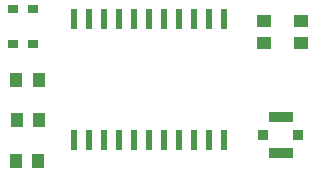
<source format=gbr>
G04 DipTrace 3.0.0.2*
G04 TopPaste.gbr*
%MOMM*%
G04 #@! TF.FileFunction,Paste,Top*
G04 #@! TF.Part,Single*
%ADD38R,0.6X1.8*%
%ADD40R,1.3X1.1*%
%ADD45R,1.1X1.3*%
%ADD47R,0.9X0.8*%
%ADD49R,2.05X0.9*%
%ADD51R,0.9X0.85*%
%FSLAX35Y35*%
G04*
G71*
G90*
G75*
G01*
G04 TopPaste*
%LPD*%
D51*
X2222000Y352000D3*
X2522000D3*
D49*
X2372000Y202000D3*
Y502000D3*
D47*
X107000Y1420000D3*
X277000D3*
X105000Y1123000D3*
X275000D3*
D45*
X134000Y816000D3*
X324000D3*
X137000Y476000D3*
X327000D3*
D40*
X2233000Y1320000D3*
Y1130000D3*
D45*
X130000Y130000D3*
X320000D3*
D40*
X2541000Y1320000D3*
Y1130000D3*
D38*
X620000Y311000D3*
X747000D3*
X874000D3*
X1001000D3*
X1128000D3*
X1255000D3*
X1382000D3*
X1509000D3*
X1636000D3*
X1763000D3*
X1890000D3*
Y1331000D3*
X1763000D3*
X1636000D3*
X1509000D3*
X1382000D3*
X1255000D3*
X1128000D3*
X1001000D3*
X874000D3*
X747000D3*
X620000D3*
M02*

</source>
